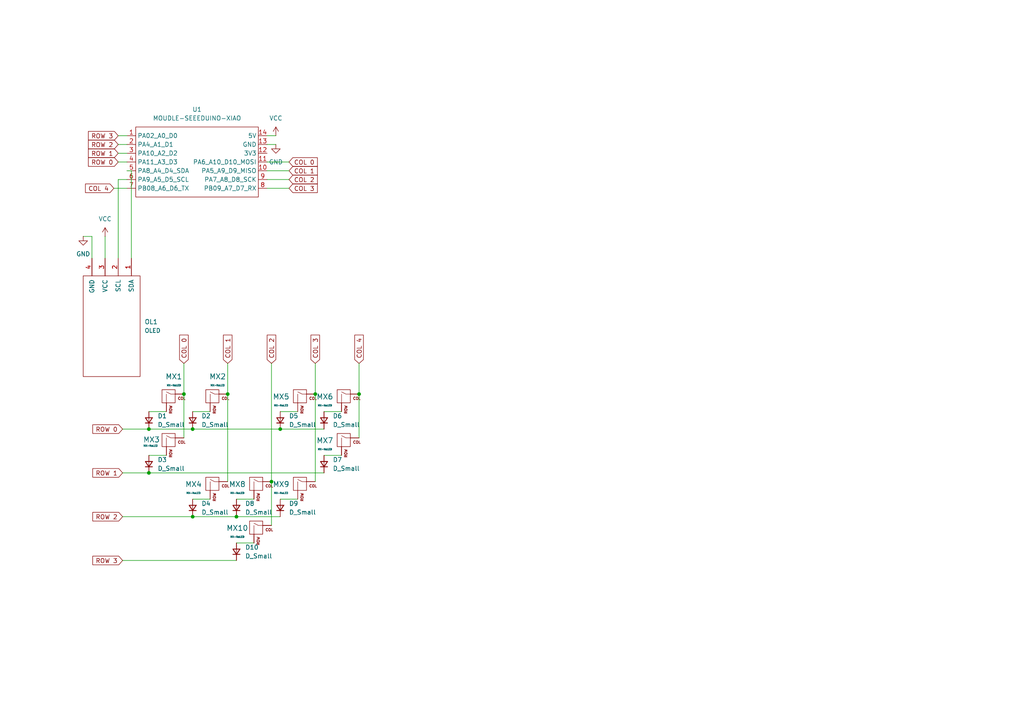
<source format=kicad_sch>
(kicad_sch (version 20231120) (generator "eeschema") (generator_version "8.0")
  (paper "A4")
  (lib_symbols
    (symbol "Device:D_Small" (pin_numbers hide) (pin_names (offset 0.254) hide)
      (property "Reference" "D" (at -1.27 2.032 0))
      (property "Value" "D_Small" (at -3.81 -2.032 0))
      (symbol "D_Small_0_1"
        (polyline (pts (xy -0.762 -1.016) (xy -0.762 1.016)) (stroke (width 0.254)))
        (polyline (pts (xy -0.762 0) (xy 0.762 0)))
        (polyline (pts (xy 0.762 -1.016) (xy -0.762 0) (xy 0.762 1.016) (xy 0.762 -1.016)) (stroke (width 0.254)))
      )
      (symbol "D_Small_1_1"
        (pin passive line (at -2.54 0 0) (length 1.778) (name "K") (number "1"))
        (pin passive line (at 2.54 0 180) (length 1.778) (name "A") (number "2"))
      )
    )
    (symbol "MOUDLE-SEEEDUINO-XIAO:MOUDLE-SEEEDUINO-XIAO"
      (property "Reference" "U" (at -16.51 11.43 0))
      (property "Value" "MOUDLE-SEEEDUINO-XIAO" (at -3.81 -11.43 0))
      (symbol "MOUDLE-SEEEDUINO-XIAO_0_1"
        (rectangle (start -16.51 10.16) (end 19.05 -10.16))
      )
      (symbol "MOUDLE-SEEEDUINO-XIAO_1_1"
        (pin passive line (at -19.05 7.62 0) (length 2.54) (name "PA02_A0_D0") (number "1"))
        (pin passive line (at 21.59 -2.54 180) (length 2.54) (name "PA5_A9_D9_MISO") (number "10"))
        (pin passive line (at 21.59 0 180) (length 2.54) (name "PA6_A10_D10_MOSI") (number "11"))
        (pin passive line (at 21.59 2.54 180) (length 2.54) (name "3V3") (number "12"))
        (pin passive line (at 21.59 5.08 180) (length 2.54) (name "GND") (number "13"))
        (pin passive line (at 21.59 7.62 180) (length 2.54) (name "5V") (number "14"))
        (pin passive line (at -19.05 5.08 0) (length 2.54) (name "PA4_A1_D1") (number "2"))
        (pin passive line (at -19.05 2.54 0) (length 2.54) (name "PA10_A2_D2") (number "3"))
        (pin passive line (at -19.05 0 0) (length 2.54) (name "PA11_A3_D3") (number "4"))
        (pin passive line (at -19.05 -2.54 0) (length 2.54) (name "PA8_A4_D4_SDA") (number "5"))
        (pin passive line (at -19.05 -5.08 0) (length 2.54) (name "PA9_A5_D5_SCL") (number "6"))
        (pin passive line (at -19.05 -7.62 0) (length 2.54) (name "PB08_A6_D6_TX") (number "7"))
        (pin passive line (at 21.59 -7.62 180) (length 2.54) (name "PB09_A7_D7_RX") (number "8"))
        (pin passive line (at 21.59 -5.08 180) (length 2.54) (name "PA7_A8_D8_SCK") (number "9"))
      )
    )
    (symbol "MX_Alps_Hybrid:MX-NoLED" (pin_names (offset 1.016))
      (property "Reference" "MX" (at -0.635 3.81 0))
      (property "Value" "MX-NoLED" (at -0.635 1.27 0))
      (symbol "MX-NoLED_0_0"
        (rectangle (start -2.54 2.54) (end 1.27 -1.27))
        (polyline (pts (xy -1.27 -1.27) (xy -1.27 1.27)) (stroke (width 0.127)))
        (polyline (pts (xy 1.27 1.27) (xy 0 1.27) (xy -1.27 1.905)) (stroke (width 0.127)))
        (text "COL" (at 3.175 0 0) (effects (font (size 0.762 0.762))))
        (text "ROW" (at 0 -1.905 900) (effects (font (size 0.762 0.762)) (justify right)))
      )
      (symbol "MX-NoLED_1_1"
        (pin passive line (at 3.81 1.27 180) (length 2.54) (name "COL") (number "1"))
        (pin passive line (at -1.27 -3.81 90) (length 2.54) (name "ROW") (number "2"))
      )
    )
    (symbol "kbd:OLED" (pin_names (offset 1.016))
      (property "Reference" "OL" (at 0 2.54 0))
      (property "Value" "OLED" (at 0 -1.27 0))
      (symbol "OLED_0_1"
        (rectangle (start -13.97 8.89) (end 15.24 -7.62))
      )
      (symbol "OLED_1_1"
        (pin bidirectional line (at -19.05 6.35 0) (length 5.08) (name "SDA") (number "1"))
        (pin bidirectional line (at -19.05 2.54 0) (length 5.08) (name "SCL") (number "2"))
        (pin power_in line (at -19.05 -1.27 0) (length 5.08) (name "VCC") (number "3"))
        (pin power_in line (at -19.05 -5.08 0) (length 5.08) (name "GND") (number "4"))
      )
    )
    (symbol "power:GND" (power) (pin_numbers hide) (pin_names (offset 0) hide)
      (property "Value" "GND" (at 0 -3.81 0))
      (symbol "GND_0_1"
        (polyline (pts (xy 0 0) (xy 0 -1.27) (xy 1.27 -1.27) (xy 0 -2.54) (xy -1.27 -1.27) (xy 0 -1.27)))
      )
      (symbol "GND_1_1"
        (pin power_in line (at 0 0 270) (length 0) (name "~") (number "1"))
      )
    )
    (symbol "power:VCC" (power) (pin_numbers hide) (pin_names (offset 0) hide)
      (property "Value" "VCC" (at 0 3.556 0))
      (symbol "VCC_0_1"
        (polyline (pts (xy -0.762 1.27) (xy 0 2.54)))
        (polyline (pts (xy 0 0) (xy 0 2.54)))
        (polyline (pts (xy 0 2.54) (xy 0.762 1.27)))
      )
      (symbol "VCC_1_1"
        (pin power_in line (at 0 0 90) (length 0) (name "~") (number "1"))
      )
    )
  )
  (junction (at 104.14 114.3))
  (junction (at 55.88 124.46))
  (junction (at 43.18 137.16))
  (junction (at 66.04 114.3))
  (junction (at 53.34 114.3))
  (junction (at 43.18 124.46))
  (junction (at 91.44 114.3))
  (junction (at 68.58 149.86))
  (junction (at 78.74 139.7))
  (junction (at 55.88 149.86))
  (junction (at 81.28 124.46))
  (wire (pts (xy 78.74 139.7) (xy 78.74 152.4)))
  (wire (pts (xy 55.88 124.46) (xy 81.28 124.46)))
  (wire (pts (xy 104.14 105.41) (xy 104.14 114.3)))
  (wire (pts (xy 43.18 137.16) (xy 93.98 137.16)))
  (wire (pts (xy 66.04 105.41) (xy 66.04 114.3)))
  (wire (pts (xy 77.47 52.07) (xy 83.82 52.07)))
  (wire (pts (xy 35.56 137.16) (xy 43.18 137.16)))
  (wire (pts (xy 93.98 132.08) (xy 99.06 132.08)))
  (wire (pts (xy 38.1 74.93) (xy 38.1 49.53)))
  (wire (pts (xy 91.44 105.41) (xy 91.44 114.3)))
  (wire (pts (xy 81.28 119.38) (xy 86.36 119.38)))
  (wire (pts (xy 34.29 41.91) (xy 36.83 41.91)))
  (wire (pts (xy 55.88 149.86) (xy 68.58 149.86)))
  (wire (pts (xy 68.58 149.86) (xy 81.28 149.86)))
  (wire (pts (xy 77.47 54.61) (xy 83.82 54.61)))
  (wire (pts (xy 34.29 52.07) (xy 36.83 52.07)))
  (wire (pts (xy 55.88 144.78) (xy 60.96 144.78)))
  (wire (pts (xy 53.34 105.41) (xy 53.34 114.3)))
  (wire (pts (xy 33.02 54.61) (xy 36.83 54.61)))
  (wire (pts (xy 35.56 162.56) (xy 68.58 162.56)))
  (wire (pts (xy 68.58 157.48) (xy 73.66 157.48)))
  (wire (pts (xy 81.28 124.46) (xy 93.98 124.46)))
  (wire (pts (xy 77.47 41.91) (xy 80.01 41.91)))
  (wire (pts (xy 35.56 124.46) (xy 43.18 124.46)))
  (wire (pts (xy 34.29 39.37) (xy 36.83 39.37)))
  (wire (pts (xy 34.29 74.93) (xy 34.29 52.07)))
  (wire (pts (xy 77.47 46.99) (xy 83.82 46.99)))
  (wire (pts (xy 66.04 114.3) (xy 66.04 139.7)))
  (wire (pts (xy 104.14 114.3) (xy 104.14 127)))
  (wire (pts (xy 55.88 119.38) (xy 60.96 119.38)))
  (wire (pts (xy 53.34 114.3) (xy 53.34 127)))
  (wire (pts (xy 38.1 49.53) (xy 36.83 49.53)))
  (wire (pts (xy 77.47 49.53) (xy 83.82 49.53)))
  (wire (pts (xy 68.58 144.78) (xy 73.66 144.78)))
  (wire (pts (xy 93.98 119.38) (xy 99.06 119.38)))
  (wire (pts (xy 78.74 105.41) (xy 78.74 139.7)))
  (wire (pts (xy 26.67 74.93) (xy 26.67 68.58)))
  (wire (pts (xy 77.47 39.37) (xy 80.01 39.37)))
  (wire (pts (xy 43.18 124.46) (xy 55.88 124.46)))
  (wire (pts (xy 43.18 119.38) (xy 48.26 119.38)))
  (wire (pts (xy 91.44 114.3) (xy 91.44 139.7)))
  (wire (pts (xy 81.28 144.78) (xy 86.36 144.78)))
  (wire (pts (xy 30.48 68.58) (xy 30.48 74.93)))
  (wire (pts (xy 35.56 149.86) (xy 55.88 149.86)))
  (wire (pts (xy 26.67 68.58) (xy 24.13 68.58)))
  (wire (pts (xy 34.29 44.45) (xy 36.83 44.45)))
  (wire (pts (xy 34.29 46.99) (xy 36.83 46.99)))
  (wire (pts (xy 43.18 132.08) (xy 48.26 132.08)))
  (global_label "COL 0" (shape input) (at 53.34 105.41 90) (property "Intersheetrefs" "${INTERSHEET_REFS}" (effects (hide yes))))
  (global_label "COL 1" (shape input) (at 66.04 105.41 90) (property "Intersheetrefs" "${INTERSHEET_REFS}" (effects (hide yes))))
  (global_label "COL 3" (shape input) (at 83.82 54.61 0) (property "Intersheetrefs" "${INTERSHEET_REFS}" (effects (hide yes))))
  (global_label "ROW 3" (shape input) (at 35.56 162.56 180) (property "Intersheetrefs" "${INTERSHEET_REFS}" (effects (hide yes))))
  (global_label "COL 0" (shape input) (at 83.82 46.99 0) (property "Intersheetrefs" "${INTERSHEET_REFS}" (effects (hide yes))))
  (global_label "COL 2" (shape input) (at 78.74 105.41 90) (property "Intersheetrefs" "${INTERSHEET_REFS}" (effects (hide yes))))
  (global_label "COL 4" (shape input) (at 104.14 105.41 90) (property "Intersheetrefs" "${INTERSHEET_REFS}" (effects (hide yes))))
  (global_label "ROW 0" (shape input) (at 35.56 124.46 180) (property "Intersheetrefs" "${INTERSHEET_REFS}" (effects (hide yes))))
  (global_label "COL 1" (shape input) (at 83.82 49.53 0) (property "Intersheetrefs" "${INTERSHEET_REFS}" (effects (hide yes))))
  (global_label "ROW 2" (shape input) (at 35.56 149.86 180) (property "Intersheetrefs" "${INTERSHEET_REFS}" (effects (hide yes))))
  (global_label "ROW 1" (shape input) (at 34.29 44.45 180) (property "Intersheetrefs" "${INTERSHEET_REFS}" (effects (hide yes))))
  (global_label "ROW 1" (shape input) (at 35.56 137.16 180) (property "Intersheetrefs" "${INTERSHEET_REFS}" (effects (hide yes))))
  (global_label "COL 4" (shape input) (at 33.02 54.61 180) (property "Intersheetrefs" "${INTERSHEET_REFS}" (effects (hide yes))))
  (global_label "COL 2" (shape input) (at 83.82 52.07 0) (property "Intersheetrefs" "${INTERSHEET_REFS}" (effects (hide yes))))
  (global_label "ROW 2" (shape input) (at 34.29 41.91 180) (property "Intersheetrefs" "${INTERSHEET_REFS}" (effects (hide yes))))
  (global_label "COL 3" (shape input) (at 91.44 105.41 90) (property "Intersheetrefs" "${INTERSHEET_REFS}" (effects (hide yes))))
  (global_label "ROW 0" (shape input) (at 34.29 46.99 180) (property "Intersheetrefs" "${INTERSHEET_REFS}" (effects (hide yes))))
  (global_label "ROW 3" (shape input) (at 34.29 39.37 180) (property "Intersheetrefs" "${INTERSHEET_REFS}" (effects (hide yes))))
  (symbol (lib_id "power:VCC") (at 80.01 39.37 0) (unit 1)
    (property "Reference" "#PWR01" (effects (hide yes)))
    (property "Value" "VCC" (at 80.01 34.29 0))
    (property "Description" "Power symbol creates a global label with name \"VCC\"" (effects (hide yes)))
  )
  (symbol (lib_id "Device:D_Small") (at 55.88 147.32 90) (unit 1)
    (property "Reference" "D4" (at 58.42 146.0499 90) (effects (justify right)))
    (property "Value" "D_Small" (at 58.42 148.5899 90) (effects (justify right)))
    (property "Footprint" "Diode_SMD:D_SOD-123" (effects (hide yes)))
    (property "Description" "Diode, small symbol" (effects (hide yes)))
    (property "Sim.Device" "D" (effects (hide yes)))
    (property "Sim.Pins" "1=K 2=A" (effects (hide yes)))
  )
  (symbol (lib_id "Device:D_Small") (at 81.28 121.92 90) (unit 1)
    (property "Reference" "D5" (at 83.82 120.6499 90) (effects (justify right)))
    (property "Value" "D_Small" (at 83.82 123.1899 90) (effects (justify right)))
    (property "Footprint" "Diode_SMD:D_SOD-123" (effects (hide yes)))
    (property "Description" "Diode, small symbol" (effects (hide yes)))
    (property "Sim.Device" "D" (effects (hide yes)))
    (property "Sim.Pins" "1=K 2=A" (effects (hide yes)))
  )
  (symbol (lib_id "Device:D_Small") (at 55.88 121.92 90) (unit 1)
    (property "Reference" "D2" (at 58.42 120.6499 90) (effects (justify right)))
    (property "Value" "D_Small" (at 58.42 123.1899 90) (effects (justify right)))
    (property "Footprint" "Diode_SMD:D_SOD-123" (effects (hide yes)))
    (property "Description" "Diode, small symbol" (effects (hide yes)))
    (property "Sim.Device" "D" (effects (hide yes)))
    (property "Sim.Pins" "1=K 2=A" (effects (hide yes)))
  )
  (symbol (lib_id "power:GND") (at 80.01 41.91 0) (unit 1)
    (property "Reference" "#PWR02" (effects (hide yes)))
    (property "Value" "GND" (at 80.01 46.99 0))
    (property "Description" "Power symbol creates a global label with name \"GND\" , ground" (effects (hide yes)))
  )
  (symbol (lib_id "Device:D_Small") (at 93.98 121.92 90) (unit 1)
    (property "Reference" "D6" (at 96.52 120.6499 90) (effects (justify right)))
    (property "Value" "D_Small" (at 96.52 123.1899 90) (effects (justify right)))
    (property "Footprint" "Diode_SMD:D_SOD-123" (effects (hide yes)))
    (property "Description" "Diode, small symbol" (effects (hide yes)))
    (property "Sim.Device" "D" (effects (hide yes)))
    (property "Sim.Pins" "1=K 2=A" (effects (hide yes)))
  )
  (symbol (lib_id "Device:D_Small") (at 43.18 121.92 90) (unit 1)
    (property "Reference" "D1" (at 45.72 120.6499 90) (effects (justify right)))
    (property "Value" "D_Small" (at 45.72 123.1899 90) (effects (justify right)))
    (property "Footprint" "Diode_SMD:D_SOD-123" (effects (hide yes)))
    (property "Description" "Diode, small symbol" (effects (hide yes)))
    (property "Sim.Device" "D" (effects (hide yes)))
    (property "Sim.Pins" "1=K 2=A" (effects (hide yes)))
  )
  (symbol (lib_id "power:VCC") (at 30.48 68.58 0) (unit 1)
    (property "Reference" "#PWR07" (effects (hide yes)))
    (property "Value" "VCC" (at 30.48 63.5 0))
    (property "Description" "Power symbol creates a global label with name \"VCC\"" (effects (hide yes)))
  )
  (symbol (lib_id "Device:D_Small") (at 68.58 160.02 90) (unit 1)
    (property "Reference" "D10" (at 71.12 158.7499 90) (effects (justify right)))
    (property "Value" "D_Small" (at 71.12 161.2899 90) (effects (justify right)))
    (property "Footprint" "Diode_SMD:D_SOD-123" (effects (hide yes)))
    (property "Description" "Diode, small symbol" (effects (hide yes)))
    (property "Sim.Device" "D" (effects (hide yes)))
    (property "Sim.Pins" "1=K 2=A" (effects (hide yes)))
  )
  (symbol (lib_id "Device:D_Small") (at 93.98 134.62 90) (unit 1)
    (property "Reference" "D7" (at 96.52 133.3499 90) (effects (justify right)))
    (property "Value" "D_Small" (at 96.52 135.8899 90) (effects (justify right)))
    (property "Footprint" "Diode_SMD:D_SOD-123" (effects (hide yes)))
    (property "Description" "Diode, small symbol" (effects (hide yes)))
    (property "Sim.Device" "D" (effects (hide yes)))
    (property "Sim.Pins" "1=K 2=A" (effects (hide yes)))
  )
  (symbol (lib_id "MOUDLE-SEEEDUINO-XIAO:MOUDLE-SEEEDUINO-XIAO") (at 55.88 46.99 0) (unit 1)
    (property "Reference" "U1" (at 57.15 31.75 0))
    (property "Value" "MOUDLE-SEEEDUINO-XIAO" (at 57.15 34.29 0))
    (property "Footprint" "XIAO_PCB:MOUDLE14P-2.54-21X17.8MM" (effects (hide yes)))
  )
  (symbol (lib_id "Device:D_Small") (at 81.28 147.32 90) (unit 1)
    (property "Reference" "D9" (at 83.82 146.0499 90) (effects (justify right)))
    (property "Value" "D_Small" (at 83.82 148.5899 90) (effects (justify right)))
    (property "Footprint" "Diode_SMD:D_SOD-123" (effects (hide yes)))
    (property "Description" "Diode, small symbol" (effects (hide yes)))
    (property "Sim.Device" "D" (effects (hide yes)))
    (property "Sim.Pins" "1=K 2=A" (effects (hide yes)))
  )
  (symbol (lib_id "MX_Alps_Hybrid:MX-NoLED") (at 87.63 115.57 0) (unit 1)
    (property "Reference" "MX5" (at 81.534 115.062 0) (effects (font (size 1.524 1.524))))
    (property "Value" "MX-NoLED" (at 81.534 117.602 0) (effects (font (size 0.508 0.508))))
    (property "Footprint" "MX_Alps_Hybrid:MX-1U-NoLED" (effects (hide yes)))
  )
  (symbol (lib_id "MX_Alps_Hybrid:MX-NoLED") (at 100.33 115.57 0) (unit 1)
    (property "Reference" "MX6" (at 94.234 115.062 0) (effects (font (size 1.524 1.524))))
    (property "Value" "MX-NoLED" (at 94.234 117.602 0) (effects (font (size 0.508 0.508))))
    (property "Footprint" "MX_Alps_Hybrid:MX-1U-NoLED" (effects (hide yes)))
  )
  (symbol (lib_id "MX_Alps_Hybrid:MX-NoLED") (at 49.53 128.27 0) (unit 1)
    (property "Reference" "MX3" (at 43.942 127.508 0) (effects (font (size 1.524 1.524))))
    (property "Value" "MX-NoLED" (at 43.688 129.286 0) (effects (font (size 0.508 0.508))))
    (property "Footprint" "MX_Alps_Hybrid:MX-1U-NoLED" (effects (hide yes)))
  )
  (symbol (lib_id "MX_Alps_Hybrid:MX-NoLED") (at 100.33 128.27 0) (unit 1)
    (property "Reference" "MX7" (at 94.234 127.762 0) (effects (font (size 1.524 1.524))))
    (property "Value" "MX-NoLED" (at 94.234 130.302 0) (effects (font (size 0.508 0.508))))
    (property "Footprint" "MX_Alps_Hybrid:MX-1U-NoLED" (effects (hide yes)))
  )
  (symbol (lib_id "power:GND") (at 24.13 68.58 0) (unit 1)
    (property "Reference" "#PWR06" (effects (hide yes)))
    (property "Value" "GND" (at 24.13 73.66 0))
    (property "Description" "Power symbol creates a global label with name \"GND\" , ground" (effects (hide yes)))
  )
  (symbol (lib_id "MX_Alps_Hybrid:MX-NoLED") (at 62.23 115.57 0) (unit 1)
    (property "Reference" "MX2" (at 63.1252 109.22 0) (effects (font (size 1.524 1.524))))
    (property "Value" "MX-NoLED" (at 63.1252 111.76 0) (effects (font (size 0.508 0.508))))
    (property "Footprint" "MX_Alps_Hybrid:MX-1U-NoLED" (effects (hide yes)))
  )
  (symbol (lib_id "MX_Alps_Hybrid:MX-NoLED") (at 74.93 153.67 0) (unit 1)
    (property "Reference" "MX10" (at 68.834 153.162 0) (effects (font (size 1.524 1.524))))
    (property "Value" "MX-NoLED" (at 68.834 155.702 0) (effects (font (size 0.508 0.508))))
    (property "Footprint" "MX_Alps_Hybrid:MX-1U-NoLED" (effects (hide yes)))
  )
  (symbol (lib_id "Device:D_Small") (at 43.18 134.62 90) (unit 1)
    (property "Reference" "D3" (at 45.72 133.3499 90) (effects (justify right)))
    (property "Value" "D_Small" (at 45.72 135.8899 90) (effects (justify right)))
    (property "Footprint" "Diode_SMD:D_SOD-123" (effects (hide yes)))
    (property "Description" "Diode, small symbol" (effects (hide yes)))
    (property "Sim.Device" "D" (effects (hide yes)))
    (property "Sim.Pins" "1=K 2=A" (effects (hide yes)))
  )
  (symbol (lib_id "MX_Alps_Hybrid:MX-NoLED") (at 74.93 140.97 0) (unit 1)
    (property "Reference" "MX8" (at 68.834 140.462 0) (effects (font (size 1.524 1.524))))
    (property "Value" "MX-NoLED" (at 68.834 143.002 0) (effects (font (size 0.508 0.508))))
    (property "Footprint" "MX_Alps_Hybrid:MX-1U-NoLED" (effects (hide yes)))
  )
  (symbol (lib_id "MX_Alps_Hybrid:MX-NoLED") (at 87.63 140.97 0) (unit 1)
    (property "Reference" "MX9" (at 81.534 140.462 0) (effects (font (size 1.524 1.524))))
    (property "Value" "MX-NoLED" (at 81.534 143.002 0) (effects (font (size 0.508 0.508))))
    (property "Footprint" "MX_Alps_Hybrid:MX-1U-NoLED" (effects (hide yes)))
  )
  (symbol (lib_id "MX_Alps_Hybrid:MX-NoLED") (at 62.23 140.97 0) (unit 1)
    (property "Reference" "MX4" (at 56.134 140.462 0) (effects (font (size 1.524 1.524))))
    (property "Value" "MX-NoLED" (at 56.134 143.002 0) (effects (font (size 0.508 0.508))))
    (property "Footprint" "MX_Alps_Hybrid:MX-1U-NoLED" (effects (hide yes)))
  )
  (symbol (lib_id "Device:D_Small") (at 68.58 147.32 90) (unit 1)
    (property "Reference" "D8" (at 71.12 146.0499 90) (effects (justify right)))
    (property "Value" "D_Small" (at 71.12 148.5899 90) (effects (justify right)))
    (property "Footprint" "Diode_SMD:D_SOD-123" (effects (hide yes)))
    (property "Description" "Diode, small symbol" (effects (hide yes)))
    (property "Sim.Device" "D" (effects (hide yes)))
    (property "Sim.Pins" "1=K 2=A" (effects (hide yes)))
  )
  (symbol (lib_id "kbd:OLED") (at 31.75 93.98 270) (unit 1)
    (property "Reference" "OL1" (at 41.91 93.345 90) (effects (font (size 1.2954 1.2954)) (justify left)))
    (property "Value" "OLED" (at 41.91 95.885 90) (effects (font (size 1.1938 1.1938)) (justify left)))
    (property "Footprint" "kbd:OLED" (effects (hide yes)))
  )
  (symbol (lib_id "MX_Alps_Hybrid:MX-NoLED") (at 49.53 115.57 0) (unit 1)
    (property "Reference" "MX1" (at 50.4252 109.22 0) (effects (font (size 1.524 1.524))))
    (property "Value" "MX-NoLED" (at 50.4252 111.76 0) (effects (font (size 0.508 0.508))))
    (property "Footprint" "MX_Alps_Hybrid:MX-1U-NoLED" (effects (hide yes)))
  )
)
</source>
